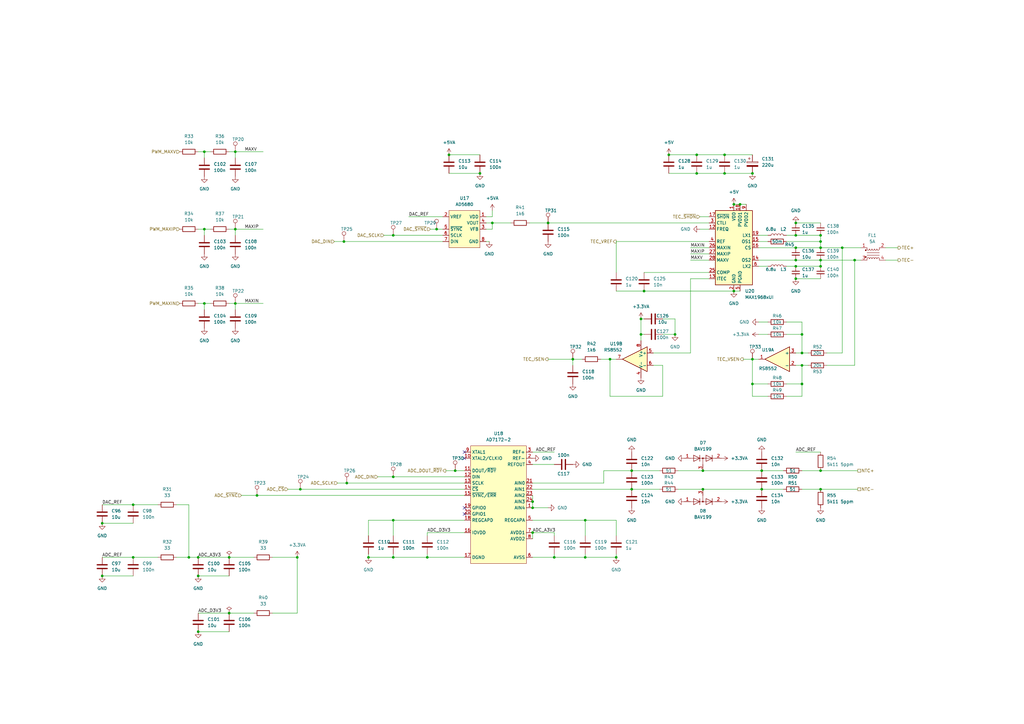
<source format=kicad_sch>
(kicad_sch (version 20211123) (generator eeschema)
  (paper "A3")
  (title_block (title "Kirdy") (date "2022-07-03") (rev "r0.1") (company "M-Labs") (comment 1 "Alex Wong Tat Hang"))
  (junction (at 300.99 119.38))
  (junction (at 141.0669 99.06))
  (junction (at 350.52 106.68))
  (junction (at 297.18 63.5))
  (junction (at 274.32 63.5))
  (junction (at 326.39 106.68))
  (junction (at 201.93 91.44))
  (junction (at 161.29 96.52))
  (junction (at 252.73 228.6))
  (junction (at 96.52 62.23))
  (junction (at 326.39 109.22))
  (junction (at 308.61 147.32))
  (junction (at 161.29 213.36))
  (junction (at 105.41 203.2))
  (junction (at 234.95 147.32))
  (junction (at 83.82 62.23))
  (junction (at 336.55 96.52))
  (junction (at 41.91 214.63))
  (junction (at 81.28 259.08))
  (junction (at 121.92 228.6))
  (junction (at 303.53 83.82))
  (junction (at 218.44 218.44))
  (junction (at 328.93 149.86))
  (junction (at 336.55 193.04))
  (junction (at 218.44 208.28))
  (junction (at 161.29 228.6))
  (junction (at 326.39 101.6))
  (junction (at 308.61 71.12))
  (junction (at 93.98 251.46))
  (junction (at 336.55 99.06))
  (junction (at 224.79 91.44))
  (junction (at 326.39 96.52))
  (junction (at 123.19 200.66))
  (junction (at 262.89 137.16))
  (junction (at 285.75 71.12))
  (junction (at 300.99 83.82))
  (junction (at 308.61 157.48))
  (junction (at 326.39 114.3))
  (junction (at 250.19 147.32))
  (junction (at 83.82 93.98))
  (junction (at 81.28 228.6))
  (junction (at 83.82 124.46))
  (junction (at 179.07 93.98))
  (junction (at 175.26 228.6))
  (junction (at 259.08 193.04))
  (junction (at 81.28 236.22))
  (junction (at 93.98 228.6))
  (junction (at 54.61 228.6))
  (junction (at 336.55 109.22))
  (junction (at 218.44 205.74))
  (junction (at 184.15 63.5))
  (junction (at 240.03 228.6))
  (junction (at 345.44 101.6))
  (junction (at 259.08 200.66))
  (junction (at 142.24 198.12))
  (junction (at 336.55 101.6))
  (junction (at 328.93 137.16))
  (junction (at 96.52 93.98))
  (junction (at 227.33 228.6))
  (junction (at 96.52 124.46))
  (junction (at 41.91 236.22))
  (junction (at 312.42 193.04))
  (junction (at 186.69 193.04))
  (junction (at 328.93 157.48))
  (junction (at 288.29 193.04))
  (junction (at 196.85 71.12))
  (junction (at 336.55 200.66))
  (junction (at 262.89 130.81))
  (junction (at 240.03 213.36))
  (junction (at 288.29 200.66))
  (junction (at 328.93 144.78))
  (junction (at 151.13 228.6))
  (junction (at 264.16 119.38))
  (junction (at 77.47 228.6))
  (junction (at 161.29 195.58))
  (junction (at 276.86 137.16))
  (junction (at 336.55 106.68))
  (junction (at 285.75 63.5))
  (junction (at 297.18 71.12))
  (junction (at 312.42 200.66))
  (junction (at 54.61 207.01))
  (junction (at 326.39 91.44))
  (no_connect (at 190.5 185.42))
  (no_connect (at 190.5 187.96))
  (no_connect (at 190.5 208.28))
  (no_connect (at 190.5 210.82))
  (wire (pts (xy 274.32 63.5) (xy 285.75 63.5)))
  (wire (pts (xy 328.93 144.78) (xy 331.47 144.78)))
  (wire (pts (xy 218.44 205.74) (xy 218.44 208.28)))
  (wire (pts (xy 218.44 218.44) (xy 227.33 218.44)))
  (wire (pts (xy 224.79 147.32) (xy 234.95 147.32)))
  (wire (pts (xy 311.15 99.06) (xy 314.96 99.06)))
  (wire (pts (xy 308.61 147.32) (xy 311.15 147.32)))
  (wire (pts (xy 304.8 147.32) (xy 308.61 147.32)))
  (wire (pts (xy 41.91 236.22) (xy 54.61 236.22)))
  (wire (pts (xy 252.73 111.76) (xy 252.73 99.06)))
  (wire (pts (xy 105.41 203.2) (xy 190.5 203.2)))
  (wire (pts (xy 41.91 207.01) (xy 54.61 207.01)))
  (wire (pts (xy 311.15 101.6) (xy 326.39 101.6)))
  (wire (pts (xy 328.93 149.86) (xy 331.47 149.86)))
  (wire (pts (xy 154.94 195.58) (xy 161.29 195.58)))
  (wire (pts (xy 175.26 218.44) (xy 190.5 218.44)))
  (wire (pts (xy 252.73 119.38) (xy 264.16 119.38)))
  (wire (pts (xy 252.73 213.36) (xy 252.73 219.71)))
  (wire (pts (xy 259.08 200.66) (xy 270.51 200.66)))
  (wire (pts (xy 151.13 219.71) (xy 151.13 213.36)))
  (wire (pts (xy 336.55 109.22) (xy 326.39 109.22)))
  (wire (pts (xy 111.76 228.6) (xy 121.92 228.6)))
  (wire (pts (xy 93.98 251.46) (xy 104.14 251.46)))
  (wire (pts (xy 311.15 132.08) (xy 314.96 132.08)))
  (wire (pts (xy 142.24 198.12) (xy 190.5 198.12)))
  (wire (pts (xy 326.39 96.52) (xy 322.58 96.52)))
  (wire (pts (xy 259.08 193.04) (xy 270.51 193.04)))
  (wire (pts (xy 199.39 93.98) (xy 201.93 93.98)))
  (wire (pts (xy 326.39 106.68) (xy 336.55 106.68)))
  (wire (pts (xy 297.18 63.5) (xy 308.61 63.5)))
  (wire (pts (xy 250.19 147.32) (xy 252.73 147.32)))
  (wire (pts (xy 285.75 71.12) (xy 297.18 71.12)))
  (wire (pts (xy 179.07 93.98) (xy 181.61 93.98)))
  (wire (pts (xy 312.42 193.04) (xy 321.31 193.04)))
  (wire (pts (xy 264.16 119.38) (xy 300.99 119.38)))
  (wire (pts (xy 141.0669 99.06) (xy 181.61 99.06)))
  (wire (pts (xy 322.58 157.48) (xy 328.93 157.48)))
  (wire (pts (xy 336.55 101.6) (xy 336.55 99.06)))
  (wire (pts (xy 300.99 83.82) (xy 303.53 83.82)))
  (wire (pts (xy 227.33 218.44) (xy 227.33 219.71)))
  (wire (pts (xy 83.82 93.98) (xy 86.36 93.98)))
  (wire (pts (xy 339.09 144.78) (xy 345.44 144.78)))
  (wire (pts (xy 271.78 162.56) (xy 271.78 149.86)))
  (wire (pts (xy 184.15 63.5) (xy 196.85 63.5)))
  (wire (pts (xy 218.44 213.36) (xy 240.03 213.36)))
  (wire (pts (xy 218.44 218.44) (xy 218.44 220.98)))
  (wire (pts (xy 151.13 213.36) (xy 161.29 213.36)))
  (wire (pts (xy 151.13 228.6) (xy 161.29 228.6)))
  (wire (pts (xy 350.52 106.68) (xy 350.52 149.86)))
  (wire (pts (xy 199.39 99.06) (xy 200.66 99.06)))
  (wire (pts (xy 96.52 124.46) (xy 96.52 127)))
  (wire (pts (xy 322.58 99.06) (xy 336.55 99.06)))
  (wire (pts (xy 287.02 88.9) (xy 290.83 88.9)))
  (wire (pts (xy 283.21 101.6) (xy 290.83 101.6)))
  (wire (pts (xy 363.22 101.6) (xy 368.3 101.6)))
  (wire (pts (xy 336.55 101.6) (xy 326.39 101.6)))
  (wire (pts (xy 161.29 96.52) (xy 181.61 96.52)))
  (wire (pts (xy 271.78 149.86) (xy 267.97 149.86)))
  (wire (pts (xy 186.69 193.04) (xy 190.5 193.04)))
  (wire (pts (xy 262.89 137.16) (xy 262.89 139.7)))
  (wire (pts (xy 336.55 99.06) (xy 336.55 96.52)))
  (wire (pts (xy 345.44 101.6) (xy 345.44 144.78)))
  (wire (pts (xy 326.39 144.78) (xy 328.93 144.78)))
  (wire (pts (xy 283.21 144.78) (xy 267.97 144.78)))
  (wire (pts (xy 247.65 198.12) (xy 247.65 193.04)))
  (wire (pts (xy 184.15 71.12) (xy 196.85 71.12)))
  (wire (pts (xy 234.95 149.86) (xy 234.95 147.32)))
  (wire (pts (xy 96.52 124.46) (xy 107.95 124.46)))
  (wire (pts (xy 240.03 213.36) (xy 252.73 213.36)))
  (wire (pts (xy 328.93 193.04) (xy 336.55 193.04)))
  (wire (pts (xy 138.43 198.12) (xy 142.24 198.12)))
  (wire (pts (xy 328.93 200.66) (xy 336.55 200.66)))
  (wire (pts (xy 199.39 88.9) (xy 201.93 88.9)))
  (wire (pts (xy 93.98 93.98) (xy 96.52 93.98)))
  (wire (pts (xy 264.16 130.81) (xy 262.89 130.81)))
  (wire (pts (xy 250.19 162.56) (xy 271.78 162.56)))
  (wire (pts (xy 322.58 132.08) (xy 328.93 132.08)))
  (wire (pts (xy 83.82 62.23) (xy 83.82 64.77)))
  (wire (pts (xy 161.29 227.33) (xy 161.29 228.6)))
  (wire (pts (xy 81.28 259.08) (xy 93.98 259.08)))
  (wire (pts (xy 288.29 200.66) (xy 312.42 200.66)))
  (wire (pts (xy 264.16 111.76) (xy 290.83 111.76)))
  (wire (pts (xy 157.48 96.52) (xy 161.29 96.52)))
  (wire (pts (xy 167.64 88.9) (xy 181.61 88.9)))
  (wire (pts (xy 246.38 147.32) (xy 250.19 147.32)))
  (wire (pts (xy 54.61 228.6) (xy 64.77 228.6)))
  (wire (pts (xy 240.03 227.33) (xy 240.03 228.6)))
  (wire (pts (xy 201.93 88.9) (xy 201.93 86.36)))
  (wire (pts (xy 311.15 106.68) (xy 326.39 106.68)))
  (wire (pts (xy 234.95 147.32) (xy 238.76 147.32)))
  (wire (pts (xy 41.91 228.6) (xy 54.61 228.6)))
  (wire (pts (xy 83.82 124.46) (xy 83.82 127)))
  (wire (pts (xy 328.93 137.16) (xy 328.93 144.78)))
  (wire (pts (xy 175.26 228.6) (xy 190.5 228.6)))
  (wire (pts (xy 93.98 228.6) (xy 104.14 228.6)))
  (wire (pts (xy 218.44 190.5) (xy 227.33 190.5)))
  (wire (pts (xy 218.44 200.66) (xy 259.08 200.66)))
  (wire (pts (xy 278.13 200.66) (xy 288.29 200.66)))
  (wire (pts (xy 96.52 93.98) (xy 96.52 96.52)))
  (wire (pts (xy 311.15 137.16) (xy 314.96 137.16)))
  (wire (pts (xy 326.39 149.86) (xy 328.93 149.86)))
  (wire (pts (xy 308.61 157.48) (xy 308.61 162.56)))
  (wire (pts (xy 54.61 207.01) (xy 64.77 207.01)))
  (wire (pts (xy 72.39 207.01) (xy 77.47 207.01)))
  (wire (pts (xy 336.55 101.6) (xy 345.44 101.6)))
  (wire (pts (xy 326.39 114.3) (xy 336.55 114.3)))
  (wire (pts (xy 77.47 207.01) (xy 77.47 228.6)))
  (wire (pts (xy 218.44 208.28) (xy 224.79 208.28)))
  (wire (pts (xy 247.65 198.12) (xy 218.44 198.12)))
  (wire (pts (xy 252.73 227.33) (xy 252.73 228.6)))
  (wire (pts (xy 199.39 91.44) (xy 201.93 91.44)))
  (wire (pts (xy 328.93 162.56) (xy 328.93 157.48)))
  (wire (pts (xy 111.76 251.46) (xy 121.92 251.46)))
  (wire (pts (xy 83.82 93.98) (xy 83.82 96.52)))
  (wire (pts (xy 93.98 62.23) (xy 96.52 62.23)))
  (wire (pts (xy 224.79 91.44) (xy 290.83 91.44)))
  (wire (pts (xy 287.02 93.98) (xy 290.83 93.98)))
  (wire (pts (xy 322.58 137.16) (xy 328.93 137.16)))
  (wire (pts (xy 81.28 236.22) (xy 93.98 236.22)))
  (wire (pts (xy 118.11 200.66) (xy 123.19 200.66)))
  (wire (pts (xy 276.86 130.81) (xy 276.86 137.16)))
  (wire (pts (xy 201.93 93.98) (xy 201.93 91.44)))
  (wire (pts (xy 218.44 185.42) (xy 227.33 185.42)))
  (wire (pts (xy 322.58 162.56) (xy 328.93 162.56)))
  (wire (pts (xy 328.93 132.08) (xy 328.93 137.16)))
  (wire (pts (xy 41.91 214.63) (xy 54.61 214.63)))
  (wire (pts (xy 176.53 93.98) (xy 179.07 93.98)))
  (wire (pts (xy 81.28 93.98) (xy 83.82 93.98)))
  (wire (pts (xy 182.88 193.04) (xy 186.69 193.04)))
  (wire (pts (xy 81.28 228.6) (xy 93.98 228.6)))
  (wire (pts (xy 96.52 62.23) (xy 107.95 62.23)))
  (wire (pts (xy 175.26 227.33) (xy 175.26 228.6)))
  (wire (pts (xy 218.44 203.2) (xy 218.44 205.74)))
  (wire (pts (xy 77.47 228.6) (xy 81.28 228.6)))
  (wire (pts (xy 326.39 185.42) (xy 336.55 185.42)))
  (wire (pts (xy 121.92 251.46) (xy 121.92 228.6)))
  (wire (pts (xy 271.78 137.16) (xy 276.86 137.16)))
  (wire (pts (xy 311.15 96.52) (xy 314.96 96.52)))
  (wire (pts (xy 283.21 114.3) (xy 290.83 114.3)))
  (wire (pts (xy 96.52 93.98) (xy 107.95 93.98)))
  (wire (pts (xy 336.55 106.68) (xy 350.52 106.68)))
  (wire (pts (xy 81.28 62.23) (xy 83.82 62.23)))
  (wire (pts (xy 240.03 213.36) (xy 240.03 219.71)))
  (wire (pts (xy 264.16 137.16) (xy 262.89 137.16)))
  (wire (pts (xy 336.55 106.68) (xy 336.55 109.22)))
  (wire (pts (xy 217.17 91.44) (xy 224.79 91.44)))
  (wire (pts (xy 312.42 200.66) (xy 321.31 200.66)))
  (wire (pts (xy 274.32 71.12) (xy 285.75 71.12)))
  (wire (pts (xy 262.89 130.81) (xy 262.89 137.16)))
  (wire (pts (xy 250.19 147.32) (xy 250.19 162.56)))
  (wire (pts (xy 336.55 200.66) (xy 351.79 200.66)))
  (wire (pts (xy 285.75 63.5) (xy 297.18 63.5)))
  (wire (pts (xy 123.19 200.66) (xy 190.5 200.66)))
  (wire (pts (xy 288.29 193.04) (xy 312.42 193.04)))
  (wire (pts (xy 81.28 124.46) (xy 83.82 124.46)))
  (wire (pts (xy 303.53 83.82) (xy 306.07 83.82)))
  (wire (pts (xy 83.82 124.46) (xy 86.36 124.46)))
  (wire (pts (xy 350.52 106.68) (xy 353.06 106.68)))
  (wire (pts (xy 278.13 193.04) (xy 288.29 193.04)))
  (wire (pts (xy 283.21 114.3) (xy 283.21 144.78)))
  (wire (pts (xy 81.28 251.46) (xy 93.98 251.46)))
  (wire (pts (xy 326.39 96.52) (xy 336.55 96.52)))
  (wire (pts (xy 96.52 62.23) (xy 96.52 64.77)))
  (wire (pts (xy 345.44 101.6) (xy 353.06 101.6)))
  (wire (pts (xy 252.73 99.06) (xy 290.83 99.06)))
  (wire (pts (xy 363.22 106.68) (xy 368.3 106.68)))
  (wire (pts (xy 328.93 157.48) (xy 328.93 149.86)))
  (wire (pts (xy 314.96 157.48) (xy 308.61 157.48)))
  (wire (pts (xy 93.98 124.46) (xy 96.52 124.46)))
  (wire (pts (xy 227.33 227.33) (xy 227.33 228.6)))
  (wire (pts (xy 218.44 228.6) (xy 227.33 228.6)))
  (wire (pts (xy 300.99 119.38) (xy 303.53 119.38)))
  (wire (pts (xy 137.16 99.06) (xy 141.0669 99.06)))
  (wire (pts (xy 72.39 228.6) (xy 77.47 228.6)))
  (wire (pts (xy 99.06 203.2) (xy 105.41 203.2)))
  (wire (pts (xy 161.29 228.6) (xy 175.26 228.6)))
  (wire (pts (xy 308.61 157.48) (xy 308.61 147.32)))
  (wire (pts (xy 161.29 195.58) (xy 190.5 195.58)))
  (wire (pts (xy 271.78 130.81) (xy 276.86 130.81)))
  (wire (pts (xy 201.93 91.44) (xy 209.55 91.44)))
  (wire (pts (xy 308.61 162.56) (xy 314.96 162.56)))
  (wire (pts (xy 247.65 193.04) (xy 259.08 193.04)))
  (wire (pts (xy 83.82 62.23) (xy 86.36 62.23)))
  (wire (pts (xy 336.55 193.04) (xy 351.79 193.04)))
  (wire (pts (xy 161.29 213.36) (xy 161.29 219.71)))
  (wire (pts (xy 326.39 91.44) (xy 336.55 91.44)))
  (wire (pts (xy 311.15 109.22) (xy 314.96 109.22)))
  (wire (pts (xy 227.33 228.6) (xy 240.03 228.6)))
  (wire (pts (xy 322.58 109.22) (xy 326.39 109.22)))
  (wire (pts (xy 339.09 149.86) (xy 350.52 149.86)))
  (wire (pts (xy 297.18 71.12) (xy 308.61 71.12)))
  (wire (pts (xy 161.29 213.36) (xy 190.5 213.36)))
  (wire (pts (xy 283.21 104.14) (xy 290.83 104.14)))
  (wire (pts (xy 283.21 106.68) (xy 290.83 106.68)))
  (wire (pts (xy 240.03 228.6) (xy 252.73 228.6)))
  (wire (pts (xy 151.13 227.33) (xy 151.13 228.6)))
  (wire (pts (xy 175.26 218.44) (xy 175.26 219.71)))
  (label "DAC_REF" (at 167.64 88.9 0))
  (label "ADC_D3V3" (at 175.26 218.44 0))
  (label "MAXV" (at 100.33 62.23 0))
  (label "MAXIN" (at 100.33 124.46 0))
  (label "ADC_REF" (at 41.91 228.6 0))
  (label "MAXIN" (at 283.21 101.6 0))
  (label "ADC_A3V3" (at 81.28 228.6 0))
  (label "MAXV" (at 283.21 106.68 0))
  (label "DAC_REF" (at 41.91 207.01 0))
  (label "MAXIP" (at 100.33 93.98 0))
  (label "ADC_REF" (at 326.39 185.42 0))
  (label "ADC_D3V3" (at 81.28 251.46 0))
  (label "ADC_REF" (at 219.71 185.42 0))
  (label "ADC_A3V3" (at 218.44 218.44 0))
  (label "MAXIP" (at 283.21 104.14 0))
  (hierarchical_label "ADC_DOUT_~{RDY}" (shape output) (at 182.88 193.04 180))
  (hierarchical_label "TEC+" (shape output) (at 368.3 101.6 0))
  (hierarchical_label "PWM_MAXIP" (shape input) (at 73.66 93.98 180))
  (hierarchical_label "DAC_DIN" (shape input) (at 137.16 99.06 180))
  (hierarchical_label "PWM_MAXIN" (shape input) (at 73.66 124.46 180))
  (hierarchical_label "TEC_VREF" (shape output) (at 252.73 99.06 180))
  (hierarchical_label "TEC_~{SHDN}" (shape input) (at 287.02 88.9 180))
  (hierarchical_label "DAC_SCLK" (shape input) (at 157.48 96.52 180))
  (hierarchical_label "TEC_ISEN" (shape output) (at 224.79 147.32 180))
  (hierarchical_label "ADC_~{CS}" (shape input) (at 118.11 200.66 180))
  (hierarchical_label "NTC-" (shape passive) (at 351.79 200.66 0))
  (hierarchical_label "ADC_DIN" (shape input) (at 154.94 195.58 180))
  (hierarchical_label "NTC+" (shape passive) (at 351.79 193.04 0))
  (hierarchical_label "TEC-" (shape output) (at 368.3 106.68 0))
  (hierarchical_label "PWM_MAXV" (shape input) (at 73.66 62.23 180))
  (hierarchical_label "ADC_SCLK" (shape input) (at 138.43 198.12 180))
  (hierarchical_label "TEC_VSEN" (shape output) (at 304.8 147.32 180))
  (hierarchical_label "ADC_~{SYNC}" (shape input) (at 99.06 203.2 180))
  (hierarchical_label "DAC_~{SYNC}" (shape input) (at 176.53 93.98 180))
  (symbol (lib_id "power:GND") (at 81.28 236.22 0) (unit 1)
    (property "Reference" "#PWR084" (effects hide))
    (property "Value" "GND" (at 81.28 241.3 0))
  )
  (symbol (lib_id "Device:C") (at 240.03 223.52 0) (unit 1)
    (property "Reference" "C119" (at 243.84 222.2499 0) (effects (justify left)))
    (property "Value" "100n" (at 243.84 224.7899 0) (effects (justify left)))
    (property "Footprint" "Capacitor_SMD:C_0603_1608Metric" (effects hide))
    (property "MFR_PN" "CL10B104KB8NNWC" (effects hide))
    (property "MFR_PN_ALT" "CL10B104KB8NNNL" (effects hide))
  )
  (symbol (lib_id "Device:C") (at 175.26 223.52 0) (unit 1)
    (property "Reference" "C112" (at 179.07 222.2499 0) (effects (justify left)))
    (property "Value" "100n" (at 179.07 224.7899 0) (effects (justify left)))
    (property "Footprint" "Capacitor_SMD:C_0603_1608Metric" (effects hide))
    (property "MFR_PN" "CL10B104KB8NNWC" (effects hide))
    (property "MFR_PN_ALT" "CL10B104KB8NNNL" (effects hide))
  )
  (symbol (lib_id "kirdy:AD5680") (at 190.5 101.6 0) (unit 1)
    (property "Reference" "U17" (at 190.5 81.28 0))
    (property "Value" "AD5680" (at 190.5 83.82 0))
    (property "Footprint" "Package_TO_SOT_SMD:SOT-23-8" (effects hide))
    (property "Datasheet" "https://www.analog.com/media/en/technical-documentation/data-sheets/ad5680.pdf" (effects hide))
    (property "MFR_PN" "AD5680BRJZ" (effects hide))
  )
  (symbol (lib_id "power:GND") (at 41.91 236.22 0) (unit 1)
    (property "Reference" "#PWR083" (effects hide))
    (property "Value" "GND" (at 41.91 241.3 0))
  )
  (symbol (lib_id "power:GND") (at 200.66 99.06 0) (unit 1)
    (property "Reference" "#PWR096" (effects hide))
    (property "Value" "GND" (at 200.66 104.14 0))
  )
  (symbol (lib_id "Connector:TestPoint") (at 96.52 124.46 0) (unit 1)
    (property "Reference" "TP22" (at 95.25 119.38 0) (effects (justify left)))
    (property "Value" "TestPoint" (effects hide))
    (property "Footprint" "TestPoint:TestPoint_Pad_2.0x2.0mm" (effects hide))
  )
  (symbol (lib_id "Device:C") (at 81.28 255.27 0) (unit 1)
    (property "Reference" "C101" (at 85.09 253.9999 0) (effects (justify left)))
    (property "Value" "10u" (at 85.09 256.5399 0) (effects (justify left)))
    (property "Footprint" "Capacitor_SMD:C_0805_2012Metric" (effects hide))
    (property "MFR_PN" "CL21B106KOQNNNG" (effects hide))
    (property "MFR_PN_ALT" "CL21B106KOQNNNE" (effects hide))
  )
  (symbol (lib_id "Device:R") (at 318.77 99.06 90) (unit 1)
    (property "Reference" "R45" (at 323.85 100.33 90))
    (property "Value" "50m" (at 318.77 99.06 90))
    (property "Footprint" "Resistor_SMD:R_2010_5025Metric" (effects hide))
    (property "MFR_PN" "WSL2010R5000FEA18" (effects hide))
    (property "MFR_PN_ALT" "WSLT2010R5000FEA18" (effects hide))
  )
  (symbol (lib_id "Device:C") (at 252.73 223.52 0) (unit 1)
    (property "Reference" "C121" (at 256.54 222.2499 0) (effects (justify left)))
    (property "Value" "1u" (at 256.54 224.7899 0) (effects (justify left)))
    (property "Footprint" "Capacitor_SMD:C_0603_1608Metric" (effects hide))
    (property "MFR_PN" "CL10B105KA8NNNC" (effects hide))
    (property "MFR_PN_ALT" "CGA3E1X7R1E105K080AC" (effects hide))
  )
  (symbol (lib_id "power:+3.3VA") (at 121.92 228.6 0) (unit 1)
    (property "Reference" "#PWR092" (effects hide))
    (property "Value" "+3.3VA" (at 121.92 223.52 0))
  )
  (symbol (lib_id "power:+5V") (at 274.32 63.5 0) (unit 1)
    (property "Reference" "#PWR0108" (effects hide))
    (property "Value" "+5V" (at 274.32 58.42 0))
  )
  (symbol (lib_id "Connector:TestPoint") (at 123.19 200.66 0) (unit 1)
    (property "Reference" "TP24" (at 121.92 195.58 0) (effects (justify left)))
    (property "Value" "TestPoint" (effects hide))
    (property "Footprint" "TestPoint:TestPoint_Pad_2.0x2.0mm" (effects hide))
  )
  (symbol (lib_id "Device:R") (at 107.95 251.46 90) (unit 1)
    (property "Reference" "R40" (at 107.95 245.11 90))
    (property "Value" "33" (at 107.95 247.65 90))
    (property "Footprint" "Resistor_SMD:R_0603_1608Metric" (effects hide))
    (property "MFR_PN" "RC0603FR-0733RL" (effects hide))
    (property "MFR_PN_ALT" "CRGCQ0603F33R" (effects hide))
  )
  (symbol (lib_id "Connector:TestPoint") (at 224.79 91.44 0) (unit 1)
    (property "Reference" "TP31" (at 223.52 86.36 0) (effects (justify left)))
    (property "Value" "TestPoint" (effects hide))
    (property "Footprint" "TestPoint:TestPoint_Pad_2.0x2.0mm" (effects hide))
  )
  (symbol (lib_id "Device:R") (at 318.77 132.08 90) (unit 1)
    (property "Reference" "R46" (at 318.77 129.54 90))
    (property "Value" "10k" (at 318.77 132.08 90))
    (property "Footprint" "Resistor_SMD:R_0603_1608Metric" (effects hide))
    (property "MFR_PN" "RNCP0603FTD10K0" (effects hide))
    (property "MFR_PN_ALT" "RMCF0603FT10K0" (effects hide))
  )
  (symbol (lib_id "power:GND") (at 83.82 104.14 0) (unit 1)
    (property "Reference" "#PWR087" (effects hide))
    (property "Value" "GND" (at 83.82 109.22 0))
  )
  (symbol (lib_id "Device:R") (at 90.17 62.23 90) (unit 1)
    (property "Reference" "R36" (at 90.17 55.88 90))
    (property "Value" "10k" (at 90.17 58.42 90))
    (property "Footprint" "Resistor_SMD:R_0603_1608Metric" (effects hide))
    (property "MFR_PN" "RNCP0603FTD10K0" (effects hide))
    (property "MFR_PN_ALT" "RMCF0603FT10K0" (effects hide))
  )
  (symbol (lib_id "Device:R") (at 274.32 193.04 90) (unit 1)
    (property "Reference" "R43" (at 274.32 195.58 90))
    (property "Value" "51" (at 274.32 193.04 90))
    (property "Footprint" "Resistor_SMD:R_0603_1608Metric" (effects hide))
    (property "MFR_PN" "ESR03EZPF51R0" (effects hide))
    (property "MFR_PN_ALT" "RMCF0603FT51R0" (effects hide))
  )
  (symbol (lib_id "kirdy:RS8552") (at 260.35 147.32 0) (mirror y) (unit 3)
    (property "Reference" "U19" (effects hide))
    (property "Value" "RS8552" (effects hide))
    (property "Footprint" "Package_SO:SOIC-8_3.9x4.9mm_P1.27mm" (effects hide))
    (property "Datasheet" "https://datasheet.lcsc.com/lcsc/2010160333_Jiangsu-RUNIC-Tech-RS8554XP_C236997.pdf" (effects hide))
    (property "MFR_PN" "RS8552XK" (effects hide))
  )
  (symbol (lib_id "power:GND") (at 308.61 71.12 0) (unit 1)
    (property "Reference" "#PWR0117" (effects hide))
    (property "Value" "GND" (at 308.61 76.2 0))
  )
  (symbol (lib_id "Device:R") (at 325.12 193.04 90) (unit 1)
    (property "Reference" "R50" (at 325.12 195.58 90))
    (property "Value" "51" (at 325.12 193.04 90))
    (property "Footprint" "Resistor_SMD:R_0603_1608Metric" (effects hide))
    (property "MFR_PN" "ESR03EZPF51R0" (effects hide))
    (property "MFR_PN_ALT" "RMCF0603FT51R0" (effects hide))
  )
  (symbol (lib_id "power:GND") (at 311.15 132.08 270) (unit 1)
    (property "Reference" "#PWR0118" (effects hide))
    (property "Value" "GND" (at 307.34 132.0799 90) (effects (justify right)))
  )
  (symbol (lib_id "Device:R") (at 274.32 200.66 90) (unit 1)
    (property "Reference" "R44" (at 274.32 198.12 90))
    (property "Value" "51" (at 274.32 200.66 90))
    (property "Footprint" "Resistor_SMD:R_0603_1608Metric" (effects hide))
    (property "MFR_PN" "ESR03EZPF51R0" (effects hide))
    (property "MFR_PN_ALT" "RMCF0603FT51R0" (effects hide))
  )
  (symbol (lib_id "kirdy:AD7172-2") (at 204.47 209.55 0) (mirror y) (unit 1)
    (property "Reference" "U18" (at 204.47 177.8 0))
    (property "Value" "AD7172-2" (at 204.47 180.34 0))
    (property "Footprint" "Package_SO:TSSOP-24_4.4x7.8mm_P0.65mm" (effects hide))
    (property "Datasheet" "https://www.analog.com/media/en/technical-documentation/data-sheets/ad7172-2.pdf" (effects hide))
    (property "MFR_PN" "AD7172-2BRUZ" (effects hide))
  )
  (symbol (lib_id "Device:C") (at 93.98 232.41 0) (unit 1)
    (property "Reference" "C105" (at 97.79 231.1399 0) (effects (justify left)))
    (property "Value" "100n" (at 97.79 233.6799 0) (effects (justify left)))
    (property "Footprint" "Capacitor_SMD:C_0603_1608Metric" (effects hide))
    (property "MFR_PN" "CL10B104KB8NNWC" (effects hide))
    (property "MFR_PN_ALT" "CL10B104KB8NNNL" (effects hide))
  )
  (symbol (lib_id "power:GND") (at 83.82 134.62 0) (unit 1)
    (property "Reference" "#PWR088" (effects hide))
    (property "Value" "GND" (at 83.82 139.7 0))
  )
  (symbol (lib_id "Device:L") (at 318.77 109.22 90) (unit 1)
    (property "Reference" "L3" (at 321.31 110.49 90))
    (property "Value" "6.8u" (at 316.23 110.49 90))
    (property "Footprint" "Inductor_SMD:L_Wuerth_MAPI-4030" (effects hide))
    (property "MFR_PN" "74438357068" (effects hide))
  )
  (symbol (lib_id "power:GND") (at 234.95 190.5 90) (unit 1)
    (property "Reference" "#PWR0102" (effects hide))
    (property "Value" "GND" (at 238.76 190.4999 90) (effects (justify right)))
  )
  (symbol (lib_id "Device:R") (at 77.47 93.98 90) (unit 1)
    (property "Reference" "R34" (at 77.47 87.63 90))
    (property "Value" "10k" (at 77.47 90.17 90))
    (property "Footprint" "Resistor_SMD:R_0603_1608Metric" (effects hide))
    (property "MFR_PN" "RNCP0603FTD10K0" (effects hide))
    (property "MFR_PN_ALT" "RMCF0603FT10K0" (effects hide))
  )
  (symbol (lib_id "Device:R") (at 325.12 200.66 90) (unit 1)
    (property "Reference" "R51" (at 325.12 198.12 90))
    (property "Value" "51" (at 325.12 200.66 90))
    (property "Footprint" "Resistor_SMD:R_0603_1608Metric" (effects hide))
    (property "MFR_PN" "ESR03EZPF51R0" (effects hide))
    (property "MFR_PN_ALT" "RMCF0603FT51R0" (effects hide))
  )
  (symbol (lib_id "Device:C") (at 41.91 232.41 0) (unit 1)
    (property "Reference" "C97" (at 45.72 231.1399 0) (effects (justify left)))
    (property "Value" "10u" (at 45.72 233.6799 0) (effects (justify left)))
    (property "Footprint" "Capacitor_SMD:C_0805_2012Metric" (effects hide))
    (property "MFR_PN" "CL21B106KOQNNNG" (effects hide))
    (property "MFR_PN_ALT" "CL21B106KOQNNNE" (effects hide))
  )
  (symbol (lib_id "Device:C") (at 259.08 196.85 0) (unit 1)
    (property "Reference" "C123" (at 262.89 195.5799 0) (effects (justify left)))
    (property "Value" "100n" (at 262.89 198.1199 0) (effects (justify left)))
    (property "Footprint" "Capacitor_SMD:C_0603_1608Metric" (effects hide))
    (property "MFR_PN" "CL10B104KB8NNWC" (effects hide))
    (property "MFR_PN_ALT" "CL10B104KB8NNNL" (effects hide))
  )
  (symbol (lib_id "power:GND") (at 96.52 72.39 0) (unit 1)
    (property "Reference" "#PWR089" (effects hide))
    (property "Value" "GND" (at 96.52 77.47 0))
  )
  (symbol (lib_id "Device:C") (at 297.18 67.31 0) (unit 1)
    (property "Reference" "C130" (at 300.99 66.0399 0) (effects (justify left)))
    (property "Value" "1u" (at 300.99 68.5799 0) (effects (justify left)))
    (property "Footprint" "Capacitor_SMD:C_0603_1608Metric" (effects hide))
    (property "MFR_PN" "CL10B105KA8NNNC" (effects hide))
    (property "MFR_PN_ALT" "CGA3E1X7R1E105K080AC" (effects hide))
  )
  (symbol (lib_id "Device:C") (at 285.75 67.31 0) (unit 1)
    (property "Reference" "C129" (at 289.56 66.0399 0) (effects (justify left)))
    (property "Value" "1u" (at 289.56 68.5799 0) (effects (justify left)))
    (property "Footprint" "Capacitor_SMD:C_0603_1608Metric" (effects hide))
    (property "MFR_PN" "CL10B105KA8NNNC" (effects hide))
    (property "MFR_PN_ALT" "CGA3E1X7R1E105K080AC" (effects hide))
  )
  (symbol (lib_id "Device:C") (at 41.91 210.82 0) (unit 1)
    (property "Reference" "C96" (at 45.72 209.5499 0) (effects (justify left)))
    (property "Value" "10u" (at 45.72 212.0899 0) (effects (justify left)))
    (property "Footprint" "Capacitor_SMD:C_0805_2012Metric" (effects hide))
    (property "MFR_PN" "CL21B106KOQNNNG" (effects hide))
    (property "MFR_PN_ALT" "CL21B106KOQNNNE" (effects hide))
  )
  (symbol (lib_id "Device:C") (at 267.97 137.16 90) (unit 1)
    (property "Reference" "C127" (at 271.78 135.89 90))
    (property "Value" "100n" (at 271.78 138.43 90))
    (property "Footprint" "Capacitor_SMD:C_0603_1608Metric" (effects hide))
    (property "MFR_PN" "CL10B104KB8NNWC" (effects hide))
    (property "MFR_PN_ALT" "CL10B104KB8NNNL" (effects hide))
  )
  (symbol (lib_id "Device:C_Small") (at 326.39 104.14 0) (unit 1)
    (property "Reference" "C136" (at 328.93 102.8762 0) (effects (justify left)))
    (property "Value" "10u" (at 328.93 105.4162 0) (effects (justify left)))
    (property "Footprint" "Capacitor_SMD:C_0805_2012Metric" (effects hide))
    (property "MFR_PN" "CL21B106KOQNNNG" (effects hide))
    (property "MFR_PN_ALT" "CL21B106KOQNNNE" (effects hide))
  )
  (symbol (lib_id "power:GND") (at 224.79 208.28 90) (unit 1)
    (property "Reference" "#PWR0100" (effects hide))
    (property "Value" "GND" (at 228.6 208.2799 90) (effects (justify right)))
  )
  (symbol (lib_id "Device:C") (at 96.52 130.81 0) (unit 1)
    (property "Reference" "C109" (at 100.33 129.5399 0) (effects (justify left)))
    (property "Value" "100n" (at 100.33 132.0799 0) (effects (justify left)))
    (property "Footprint" "Capacitor_SMD:C_0603_1608Metric" (effects hide))
    (property "MFR_PN" "CL10B104KB8NNWC" (effects hide))
    (property "MFR_PN_ALT" "CL10B104KB8NNNL" (effects hide))
  )
  (symbol (lib_id "Device:R") (at 242.57 147.32 90) (unit 1)
    (property "Reference" "R42" (at 242.57 140.97 90))
    (property "Value" "1k6" (at 242.57 143.51 90))
    (property "Footprint" "Resistor_SMD:R_0603_1608Metric" (effects hide))
    (property "MFR_PN" "RT0603FRE071K6L" (effects hide))
    (property "MFR_PN_ALT" "RMCF0603FT1K60" (effects hide))
  )
  (symbol (lib_id "Device:R") (at 90.17 93.98 90) (unit 1)
    (property "Reference" "R37" (at 90.17 87.63 90))
    (property "Value" "10k" (at 90.17 90.17 90))
    (property "Footprint" "Resistor_SMD:R_0603_1608Metric" (effects hide))
    (property "MFR_PN" "RNCP0603FTD10K0" (effects hide))
    (property "MFR_PN_ALT" "RMCF0603FT10K0" (effects hide))
  )
  (symbol (lib_id "Device:R") (at 336.55 189.23 0) (unit 1)
    (property "Reference" "R54" (at 339.09 187.9599 0) (effects (justify left)))
    (property "Value" "5k11 5ppm" (at 339.09 190.4999 0) (effects (justify left)))
    (property "Footprint" "Resistor_SMD:R_0603_1608Metric" (effects hide))
    (property "MFR_PN" "RN73H1JTTD5111A05" (effects hide))
    (property "MFR_PN_ALT" "TNPU06035K11BZEN00" (effects hide))
  )
  (symbol (lib_id "power:GND") (at 224.79 99.06 0) (unit 1)
    (property "Reference" "#PWR099" (effects hide))
    (property "Value" "GND" (at 224.79 104.14 0))
  )
  (symbol (lib_id "Device:C") (at 312.42 204.47 0) (unit 1)
    (property "Reference" "C134" (at 316.23 203.1999 0) (effects (justify left)))
    (property "Value" "10n" (at 316.23 205.7399 0) (effects (justify left)))
    (property "Footprint" "Capacitor_SMD:C_0603_1608Metric" (effects hide))
    (property "MFR_PN" "0603B103K500CT" (effects hide))
    (property "MFR_PN_ALT" "CL10B103KB8NNNC" (effects hide))
  )
  (symbol (lib_id "Device:C") (at 252.73 115.57 0) (unit 1)
    (property "Reference" "C120" (at 256.54 114.2999 0) (effects (justify left)))
    (property "Value" "1u" (at 256.54 116.8399 0) (effects (justify left)))
    (property "Footprint" "Capacitor_SMD:C_0603_1608Metric" (effects hide))
    (property "MFR_PN" "CL10B105KA8NNNC" (effects hide))
    (property "MFR_PN_ALT" "CGA3E1X7R1E105K080AC" (effects hide))
  )
  (symbol (lib_id "Device:C") (at 274.32 67.31 0) (unit 1)
    (property "Reference" "C128" (at 278.13 66.0399 0) (effects (justify left)))
    (property "Value" "1u" (at 278.13 68.5799 0) (effects (justify left)))
    (property "Footprint" "Capacitor_SMD:C_0603_1608Metric" (effects hide))
    (property "MFR_PN" "CL10B105KA8NNNC" (effects hide))
    (property "MFR_PN_ALT" "CGA3E1X7R1E105K080AC" (effects hide))
  )
  (symbol (lib_id "Device:C_Small") (at 326.39 111.76 0) (unit 1)
    (property "Reference" "C137" (at 328.93 110.4962 0) (effects (justify left)))
    (property "Value" "1u" (at 328.93 113.0362 0) (effects (justify left)))
    (property "Footprint" "Capacitor_SMD:C_0603_1608Metric" (effects hide))
    (property "MFR_PN" "CL10B105KA8NNNC" (effects hide))
    (property "MFR_PN_ALT" "CGA3E1X7R1E105K080AC" (effects hide))
  )
  (symbol (lib_id "Device:C") (at 184.15 67.31 0) (unit 1)
    (property "Reference" "C113" (at 187.96 66.0399 0) (effects (justify left)))
    (property "Value" "10u" (at 187.96 68.5799 0) (effects (justify left)))
    (property "Footprint" "Capacitor_SMD:C_0805_2012Metric" (effects hide))
    (property "MFR_PN" "CL21B106KOQNNNG" (effects hide))
    (property "MFR_PN_ALT" "CL21B106KOQNNNE" (effects hide))
  )
  (symbol (lib_id "power:GND") (at 252.73 228.6 0) (unit 1)
    (property "Reference" "#PWR0103" (effects hide))
    (property "Value" "GND" (at 252.73 233.68 0))
  )
  (symbol (lib_id "power:GND") (at 83.82 72.39 0) (unit 1)
    (property "Reference" "#PWR086" (effects hide))
    (property "Value" "GND" (at 83.82 77.47 0))
  )
  (symbol (lib_id "power:GND") (at 196.85 71.12 0) (unit 1)
    (property "Reference" "#PWR095" (effects hide))
    (property "Value" "GND" (at 196.85 76.2 0))
  )
  (symbol (lib_id "Device:R") (at 77.47 62.23 90) (unit 1)
    (property "Reference" "R33" (at 77.47 55.88 90))
    (property "Value" "10k" (at 77.47 58.42 90))
    (property "Footprint" "Resistor_SMD:R_0603_1608Metric" (effects hide))
    (property "MFR_PN" "RNCP0603FTD10K0" (effects hide))
    (property "MFR_PN_ALT" "RMCF0603FT10K0" (effects hide))
  )
  (symbol (lib_id "Device:C") (at 151.13 223.52 0) (unit 1)
    (property "Reference" "C110" (at 154.94 222.2499 0) (effects (justify left)))
    (property "Value" "1u" (at 154.94 224.7899 0) (effects (justify left)))
    (property "Footprint" "Capacitor_SMD:C_0603_1608Metric" (effects hide))
    (property "MFR_PN" "CL10B105KA8NNNC" (effects hide))
    (property "MFR_PN_ALT" "CGA3E1X7R1E105K080AC" (effects hide))
  )
  (symbol (lib_id "Device:R") (at 213.36 91.44 90) (unit 1)
    (property "Reference" "R41" (at 213.36 85.09 90))
    (property "Value" "1k6" (at 213.36 87.63 90))
    (property "Footprint" "Resistor_SMD:R_0603_1608Metric" (effects hide))
    (property "MFR_PN" "RT0603FRE071K6L" (effects hide))
    (property "MFR_PN_ALT" "RMCF0603FT1K60" (effects hide))
  )
  (symbol (lib_id "power:GND") (at 280.67 187.96 270) (unit 1)
    (property "Reference" "#PWR0110" (effects hide))
    (property "Value" "GND" (at 276.86 187.9599 90) (effects (justify right)))
  )
  (symbol (lib_id "Device:R") (at 68.58 207.01 90) (unit 1)
    (property "Reference" "R31" (at 68.58 200.66 90))
    (property "Value" "33" (at 68.58 203.2 90))
    (property "Footprint" "Resistor_SMD:R_0603_1608Metric" (effects hide))
    (property "MFR_PN" "RC0603FR-0733RL" (effects hide))
    (property "MFR_PN_ALT" "CRGCQ0603F33R" (effects hide))
  )
  (symbol (lib_id "Connector:TestPoint") (at 234.95 147.32 0) (unit 1)
    (property "Reference" "TP32" (at 233.68 142.24 0) (effects (justify left)))
    (property "Value" "TestPoint" (effects hide))
    (property "Footprint" "TestPoint:TestPoint_Pad_2.0x2.0mm" (effects hide))
  )
  (symbol (lib_id "Device:C") (at 96.52 68.58 0) (unit 1)
    (property "Reference" "C107" (at 100.33 67.3099 0) (effects (justify left)))
    (property "Value" "100n" (at 100.33 69.8499 0) (effects (justify left)))
    (property "Footprint" "Capacitor_SMD:C_0603_1608Metric" (effects hide))
    (property "MFR_PN" "CL10B104KB8NNWC" (effects hide))
    (property "MFR_PN_ALT" "CL10B104KB8NNNL" (effects hide))
  )
  (symbol (lib_id "Device:R") (at 336.55 204.47 0) (unit 1)
    (property "Reference" "R55" (at 339.09 203.1999 0) (effects (justify left)))
    (property "Value" "5k11 5ppm" (at 339.09 205.7399 0) (effects (justify left)))
    (property "Footprint" "Resistor_SMD:R_0603_1608Metric" (effects hide))
    (property "MFR_PN" "RN73H1JTTD5111A05" (effects hide))
    (property "MFR_PN_ALT" "TNPU06035K11BZEN00" (effects hide))
  )
  (symbol (lib_id "Device:C") (at 81.28 232.41 0) (unit 1)
    (property "Reference" "C100" (at 85.09 231.1399 0) (effects (justify left)))
    (property "Value" "10u" (at 85.09 233.6799 0) (effects (justify left)))
    (property "Footprint" "Capacitor_SMD:C_0805_2012Metric" (effects hide))
    (property "MFR_PN" "CL21B106KOQNNNG" (effects hide))
    (property "MFR_PN_ALT" "CL21B106KOQNNNE" (effects hide))
  )
  (symbol (lib_id "Device:C") (at 196.85 67.31 0) (unit 1)
    (property "Reference" "C114" (at 200.66 66.0399 0) (effects (justify left)))
    (property "Value" "100n" (at 200.66 68.5799 0) (effects (justify left)))
    (property "Footprint" "Capacitor_SMD:C_0603_1608Metric" (effects hide))
    (property "MFR_PN" "CL10B104KB8NNWC" (effects hide))
    (property "MFR_PN_ALT" "CL10B104KB8NNNL" (effects hide))
  )
  (symbol (lib_id "power:+3.3VA") (at 262.89 130.81 0) (unit 1)
    (property "Reference" "#PWR0106" (effects hide))
    (property "Value" "+3.3VA" (at 262.89 125.73 0))
  )
  (symbol (lib_id "power:GND") (at 234.95 157.48 0) (unit 1)
    (property "Reference" "#PWR0101" (effects hide))
    (property "Value" "GND" (at 234.95 162.56 0))
  )
  (symbol (lib_id "Device:C_Small") (at 326.39 93.98 0) (unit 1)
    (property "Reference" "C135" (at 328.93 92.7162 0) (effects (justify left)))
    (property "Value" "1u" (at 328.93 95.2562 0) (effects (justify left)))
    (property "Footprint" "Capacitor_SMD:C_0603_1608Metric" (effects hide))
    (property "MFR_PN" "CL10B105KA8NNNC" (effects hide))
    (property "MFR_PN_ALT" "CGA3E1X7R1E105K080AC" (effects hide))
  )
  (symbol (lib_id "Device:C") (at 83.82 68.58 0) (unit 1)
    (property "Reference" "C102" (at 87.63 67.3099 0) (effects (justify left)))
    (property "Value" "100n" (at 87.63 69.8499 0) (effects (justify left)))
    (property "Footprint" "Capacitor_SMD:C_0603_1608Metric" (effects hide))
    (property "MFR_PN" "CL10B104KB8NNWC" (effects hide))
    (property "MFR_PN_ALT" "CL10B104KB8NNNL" (effects hide))
  )
  (symbol (lib_id "Device:L") (at 318.77 96.52 90) (unit 1)
    (property "Reference" "L2" (at 321.31 93.98 90))
    (property "Value" "6.8u" (at 316.23 93.98 90))
    (property "Footprint" "Inductor_SMD:L_Wuerth_MAPI-4030" (effects hide))
    (property "MFR_PN" "74438357068" (effects hide))
  )
  (symbol (lib_id "Device:C") (at 234.95 153.67 0) (unit 1)
    (property "Reference" "C118" (at 238.76 152.3999 0) (effects (justify left)))
    (property "Value" "100n" (at 238.76 154.9399 0) (effects (justify left)))
    (property "Footprint" "Capacitor_SMD:C_0603_1608Metric" (effects hide))
    (property "MFR_PN" "CL10B104KB8NNWC" (effects hide))
    (property "MFR_PN_ALT" "CL10B104KB8NNNL" (effects hide))
  )
  (symbol (lib_id "Device:C") (at 83.82 100.33 0) (unit 1)
    (property "Reference" "C103" (at 87.63 99.0599 0) (effects (justify left)))
    (property "Value" "100n" (at 87.63 101.5999 0) (effects (justify left)))
    (property "Footprint" "Capacitor_SMD:C_0603_1608Metric" (effects hide))
    (property "MFR_PN" "CL10B104KB8NNWC" (effects hide))
    (property "MFR_PN_ALT" "CL10B104KB8NNNL" (effects hide))
  )
  (symbol (lib_id "Diode:BAV99") (at 288.29 205.74 0) (mirror x) (unit 1)
    (property "Reference" "D8" (at 288.29 209.55 0))
    (property "Value" "BAV199" (at 288.29 212.09 0))
    (property "Footprint" "Package_TO_SOT_SMD:SOT-23" (effects hide))
    (property "Datasheet" "https://assets.nexperia.com/documents/data-sheet/BAV99_SER.pdf" (effects hide))
    (property "MFR_PN" "BAV199W-7" (effects hide))
    (property "MFR_PN_ALT" "BAV199E6327HTSA1" (effects hide))
  )
  (symbol (lib_id "Device:R") (at 335.28 144.78 90) (unit 1)
    (property "Reference" "R52" (at 335.28 142.24 90))
    (property "Value" "20k" (at 335.28 144.78 90))
    (property "Footprint" "Resistor_SMD:R_0603_1608Metric" (effects hide))
    (property "MFR_PN" "RMCF0603FT20K0" (effects hide))
    (property "MFR_PN_ALT" "RC0603FR-0720KL" (effects hide))
  )
  (symbol (lib_id "Connector:TestPoint") (at 141.0669 99.06 0) (unit 1)
    (property "Reference" "TP25" (at 139.7969 93.98 0) (effects (justify left)))
    (property "Value" "TestPoint" (effects hide))
    (property "Footprint" "TestPoint:TestPoint_Pad_2.0x2.0mm" (effects hide))
  )
  (symbol (lib_id "Connector:TestPoint") (at 96.52 93.98 0) (unit 1)
    (property "Reference" "TP21" (at 95.25 88.9 0) (effects (justify left)))
    (property "Value" "TestPoint" (effects hide))
    (property "Footprint" "TestPoint:TestPoint_Pad_2.0x2.0mm" (effects hide))
  )
  (symbol (lib_id "power:+5V") (at 300.99 83.82 0) (unit 1)
    (property "Reference" "#PWR0115" (effects hide))
    (property "Value" "+5V" (at 300.99 78.74 0))
  )
  (symbol (lib_id "Device:C") (at 93.98 255.27 0) (unit 1)
    (property "Reference" "C106" (at 97.79 253.9999 0) (effects (justify left)))
    (property "Value" "100n" (at 97.79 256.5399 0) (effects (justify left)))
    (property "Footprint" "Capacitor_SMD:C_0603_1608Metric" (effects hide))
    (property "MFR_PN" "CL10B104KB8NNWC" (effects hide))
    (property "MFR_PN_ALT" "CL10B104KB8NNNL" (effects hide))
  )
  (symbol (lib_id "power:GND") (at 218.44 187.96 90) (unit 1)
    (property "Reference" "#PWR098" (effects hide))
    (property "Value" "GND" (at 222.25 187.9599 90) (effects (justify right)))
  )
  (symbol (lib_id "power:+3.3VA") (at 311.15 137.16 90) (unit 1)
    (property "Reference" "#PWR0119" (effects hide))
    (property "Value" "+3.3VA" (at 307.34 137.1599 90) (effects (justify left)))
  )
  (symbol (lib_id "Device:C") (at 312.42 196.85 0) (unit 1)
    (property "Reference" "C133" (at 316.23 195.5799 0) (effects (justify left)))
    (property "Value" "100n" (at 316.23 198.1199 0) (effects (justify left)))
    (property "Footprint" "Capacitor_SMD:C_0603_1608Metric" (effects hide))
    (property "MFR_PN" "CL10B104KB8NNWC" (effects hide))
    (property "MFR_PN_ALT" "CL10B104KB8NNNL" (effects hide))
  )
  (symbol (lib_id "power:GND") (at 259.08 208.28 0) (unit 1)
    (property "Reference" "#PWR0105" (effects hide))
    (property "Value" "GND" (at 259.08 213.36 0))
  )
  (symbol (lib_id "Connector:TestPoint") (at 179.07 93.98 0) (unit 1)
    (property "Reference" "TP29" (at 173.99 91.44 0) (effects (justify left)))
    (property "Value" "TestPoint" (effects hide))
    (property "Footprint" "TestPoint:TestPoint_Pad_2.0x2.0mm" (effects hide))
  )
  (symbol (lib_id "power:GND") (at 262.89 154.94 0) (unit 1)
    (property "Reference" "#PWR0107" (effects hide))
    (property "Value" "GND" (at 262.89 160.02 0))
  )
  (symbol (lib_id "Device:C") (at 259.08 204.47 0) (unit 1)
    (property "Reference" "C124" (at 262.89 203.1999 0) (effects (justify left)))
    (property "Value" "10n" (at 262.89 205.7399 0) (effects (justify left)))
    (property "Footprint" "Capacitor_SMD:C_0603_1608Metric" (effects hide))
    (property "MFR_PN" "0603B103K500CT" (effects hide))
    (property "MFR_PN_ALT" "CL10B103KB8NNNC" (effects hide))
  )
  (symbol (lib_id "Connector:TestPoint") (at 186.69 193.04 0) (unit 1)
    (property "Reference" "TP30" (at 185.42 187.96 0) (effects (justify left)))
    (property "Value" "TestPoint" (effects hide))
    (property "Footprint" "TestPoint:TestPoint_Pad_2.0x2.0mm" (effects hide))
  )
  (symbol (lib_id "power:GND") (at 280.67 205.74 270) (unit 1)
    (property "Reference" "#PWR0111" (effects hide))
    (property "Value" "GND" (at 276.86 205.7399 90) (effects (justify right)))
  )
  (symbol (lib_id "Device:R") (at 68.58 228.6 90) (unit 1)
    (property "Reference" "R32" (at 68.58 222.25 90))
    (property "Value" "33" (at 68.58 224.79 90))
    (property "Footprint" "Resistor_SMD:R_0603_1608Metric" (effects hide))
    (property "MFR_PN" "RC0603FR-0733RL" (effects hide))
    (property "MFR_PN_ALT" "CRGCQ0603F33R" (effects hide))
  )
  (symbol (lib_id "Connector:TestPoint") (at 96.52 62.23 0) (unit 1)
    (property "Reference" "TP20" (at 95.25 57.15 0) (effects (justify left)))
    (property "Value" "TestPoint" (effects hide))
    (property "Footprint" "TestPoint:TestPoint_Pad_2.0x2.0mm" (effects hide))
  )
  (symbol (lib_id "Device:C_Small") (at 336.55 104.14 0) (unit 1)
    (property "Reference" "C139" (at 339.09 102.8762 0) (effects (justify left)))
    (property "Value" "100n" (at 339.09 105.4162 0) (effects (justify left)))
    (property "Footprint" "Capacitor_SMD:C_0603_1608Metric" (effects hide))
    (property "MFR_PN" "CL10B104KB8NNWC" (effects hide))
    (property "MFR_PN_ALT" "CL10B104KB8NNNL" (effects hide))
  )
  (symbol (lib_id "Device:C_Polarized") (at 308.61 67.31 0) (unit 1)
    (property "Reference" "C131" (at 312.42 65.1509 0) (effects (justify left)))
    (property "Value" "220u" (at 312.42 67.6909 0) (effects (justify left)))
    (property "Footprint" "Capacitor_Tantalum_SMD:CP_EIA-7343-15_Kemet-W" (effects hide))
    (property "MFR_PN" "T491D227K016AT" (effects hide))
    (property "MFR_PN_ALT" "293D227X9016E2TE3" (effects hide))
  )
  (symbol (lib_id "power:PWR_FLAG") (at 93.98 251.46 0) (unit 1)
    (property "Reference" "#FLG0113" (effects hide))
    (property "Value" "PWR_FLAG" (effects hide))
  )
  (symbol (lib_id "Device:C") (at 161.29 223.52 0) (unit 1)
    (property "Reference" "C111" (at 165.1 222.2499 0) (effects (justify left)))
    (property "Value" "100n" (at 165.1 224.7899 0) (effects (justify left)))
    (property "Footprint" "Capacitor_SMD:C_0603_1608Metric" (effects hide))
    (property "MFR_PN" "CL10B104KB8NNWC" (effects hide))
    (property "MFR_PN_ALT" "CL10B104KB8NNNL" (effects hide))
  )
  (symbol (lib_id "Driver_TEC:MAX1968xUI") (at 300.99 101.6 0) (unit 1)
    (property "Reference" "U20" (at 305.5494 119.38 0) (effects (justify left)))
    (property "Value" "MAX1968xUI" (at 305.5494 121.92 0) (effects (justify left)))
    (property "Footprint" "Package_SO:HTSSOP-28-1EP_4.4x9.7mm_P0.65mm_EP2.85x5.4mm" (effects hide))
    (property "Datasheet" "https://datasheets.maximintegrated.com/en/ds/MAX1968-MAX1969.pdf" (effects hide))
    (property "MFR_PN" "MAX1968EUI+" (effects hide))
    (property "MFR_PN_ALT" "MAX1968EUI+T" (effects hide))
  )
  (symbol (lib_id "Device:R") (at 318.77 157.48 90) (unit 1)
    (property "Reference" "R48" (at 318.77 154.94 90))
    (property "Value" "10k" (at 318.77 157.48 90))
    (property "Footprint" "Resistor_SMD:R_0603_1608Metric" (effects hide))
    (property "MFR_PN" "RNCP0603FTD10K0" (effects hide))
    (property "MFR_PN_ALT" "RMCF0603FT10K0" (effects hide))
  )
  (symbol (lib_id "Connector:TestPoint") (at 161.29 195.58 0) (unit 1)
    (property "Reference" "TP28" (at 160.02 190.5 0) (effects (justify left)))
    (property "Value" "TestPoint" (effects hide))
    (property "Footprint" "TestPoint:TestPoint_Pad_2.0x2.0mm" (effects hide))
  )
  (symbol (lib_id "Connector:TestPoint") (at 105.41 203.2 0) (unit 1)
    (property "Reference" "TP23" (at 104.14 198.12 0) (effects (justify left)))
    (property "Value" "TestPoint" (effects hide))
    (property "Footprint" "TestPoint:TestPoint_Pad_2.0x2.0mm" (effects hide))
  )
  (symbol (lib_id "power:+3.3VA") (at 295.91 187.96 270) (unit 1)
    (property "Reference" "#PWR0113" (effects hide))
    (property "Value" "+3.3VA" (at 299.72 187.9599 90) (effects (justify left)))
  )
  (symbol (lib_id "kirdy:RS8552") (at 318.77 147.32 0) (mirror y) (unit 1)
    (property "Reference" "U19" (at 314.96 143.51 0))
    (property "Value" "RS8552" (at 314.96 151.13 0))
    (property "Footprint" "Package_SO:SOIC-8_3.9x4.9mm_P1.27mm" (effects hide))
    (property "Datasheet" "https://datasheet.lcsc.com/lcsc/2010160333_Jiangsu-RUNIC-Tech-RS8554XP_C236997.pdf" (effects hide))
    (property "MFR_PN" "RS8552XK" (effects hide))
  )
  (symbol (lib_id "Device:C") (at 54.61 232.41 0) (unit 1)
    (property "Reference" "C99" (at 58.42 231.1399 0) (effects (justify left)))
    (property "Value" "100n" (at 58.42 233.6799 0) (effects (justify left)))
    (property "Footprint" "Capacitor_SMD:C_0603_1608Metric" (effects hide))
    (property "MFR_PN" "CL10B104KB8NNWC" (effects hide))
    (property "MFR_PN_ALT" "CL10B104KB8NNNL" (effects hide))
  )
  (symbol (lib_id "Device:C") (at 96.52 100.33 0) (unit 1)
    (property "Reference" "C108" (at 100.33 99.0599 0) (effects (justify left)))
    (property "Value" "100n" (at 100.33 101.5999 0) (effects (justify left)))
    (property "Footprint" "Capacitor_SMD:C_0603_1608Metric" (effects hide))
    (property "MFR_PN" "CL10B104KB8NNWC" (effects hide))
    (property "MFR_PN_ALT" "CL10B104KB8NNNL" (effects hide))
  )
  (symbol (lib_id "Device:Filter_EMI_CommonMode") (at 358.14 104.14 0) (unit 1)
    (property "Reference" "FL1" (at 357.759 96.52 0))
    (property "Value" "5A" (at 357.759 99.06 0))
    (property "Footprint" "Inductor_SMD:L_CommonModeChoke_Wuerth_WE-SL5" (effects hide))
    (property "MFR_PN" "744273501" (effects hide))
  )
  (symbol (lib_id "Device:C") (at 231.14 190.5 90) (unit 1)
    (property "Reference" "C117" (at 231.14 194.31 90))
    (property "Value" "100n" (at 231.14 186.69 90))
    (property "Footprint" "Capacitor_SMD:C_0603_1608Metric" (effects hide))
    (property "MFR_PN" "CL10B104KB8NNWC" (effects hide))
    (property "MFR_PN_ALT" "CL10B104KB8NNNL" (effects hide))
  )
  (symbol (lib_id "Device:C_Small") (at 336.55 93.98 0) (unit 1)
    (property "Reference" "C138" (at 339.09 92.7162 0) (effects (justify left)))
    (property "Value" "100n" (at 339.09 95.2562 0) (effects (justify left)))
    (property "Footprint" "Capacitor_SMD:C_0603_1608Metric" (effects hide))
    (property "MFR_PN" "CL10B104KB8NNWC" (effects hide))
    (property "MFR_PN_ALT" "CL10B104KB8NNNL" (effects hide))
  )
  (symbol (lib_id "Device:C") (at 312.42 189.23 0) (unit 1)
    (property "Reference" "C132" (at 316.23 187.9599 0) (effects (justify left)))
    (property "Value" "10n" (at 316.23 190.4999 0) (effects (justify left)))
    (property "Footprint" "Capacitor_SMD:C_0603_1608Metric" (effects hide))
    (property "MFR_PN" "0603B103K500CT" (effects hide))
    (property "MFR_PN_ALT" "CL10B103KB8NNNC" (effects hide))
  )
  (symbol (lib_id "Device:R") (at 107.95 228.6 90) (unit 1)
    (property "Reference" "R39" (at 107.95 222.25 90))
    (property "Value" "33" (at 107.95 224.79 90))
    (property "Footprint" "Resistor_SMD:R_0603_1608Metric" (effects hide))
    (property "MFR_PN" "RC0603FR-0733RL" (effects hide))
    (property "MFR_PN_ALT" "CRGCQ0603F33R" (effects hide))
  )
  (symbol (lib_id "Device:R") (at 318.77 137.16 90) (unit 1)
    (property "Reference" "R47" (at 318.77 134.62 90))
    (property "Value" "10k" (at 318.77 137.16 90))
    (property "Footprint" "Resistor_SMD:R_0603_1608Metric" (effects hide))
    (property "MFR_PN" "RNCP0603FTD10K0" (effects hide))
    (property "MFR_PN_ALT" "RMCF0603FT10K0" (effects hide))
  )
  (symbol (lib_id "power:GND") (at 336.55 208.28 0) (unit 1)
    (property "Reference" "#PWR0124" (effects hide))
    (property "Value" "GND" (at 336.55 213.36 0))
  )
  (symbol (lib_id "power:GND") (at 326.39 91.44 180) (unit 1)
    (property "Reference" "#PWR0122" (effects hide))
    (property "Value" "GND" (at 326.39 86.36 0))
  )
  (symbol (lib_id "power:GND") (at 96.52 134.62 0) (unit 1)
    (property "Reference" "#PWR091" (effects hide))
    (property "Value" "GND" (at 96.52 139.7 0))
  )
  (symbol (lib_id "power:GND") (at 312.42 208.28 0) (unit 1)
    (property "Reference" "#PWR0121" (effects hide))
    (property "Value" "GND" (at 312.42 213.36 0))
  )
  (symbol (lib_id "power:GND") (at 312.42 185.42 180) (unit 1)
    (property "Reference" "#PWR0120" (effects hide))
    (property "Value" "GND" (at 312.42 180.34 0))
  )
  (symbol (lib_id "Device:R") (at 90.17 124.46 90) (unit 1)
    (property "Reference" "R38" (at 90.17 118.11 90))
    (property "Value" "10k" (at 90.17 120.65 90))
    (property "Footprint" "Resistor_SMD:R_0603_1608Metric" (effects hide))
    (property "MFR_PN" "RNCP0603FTD10K0" (effects hide))
    (property "MFR_PN_ALT" "RMCF0603FT10K0" (effects hide))
  )
  (symbol (lib_id "power:GND") (at 287.02 93.98 270) (unit 1)
    (property "Reference" "#PWR0112" (effects hide))
    (property "Value" "GND" (at 283.21 93.9799 90) (effects (justify right)))
  )
  (symbol (lib_id "Connector:TestPoint") (at 142.24 198.12 0) (unit 1)
    (property "Reference" "TP26" (at 140.97 193.04 0) (effects (justify left)))
    (property "Value" "TestPoint" (effects hide))
    (property "Footprint" "TestPoint:TestPoint_Pad_2.0x2.0mm" (effects hide))
  )
  (symbol (lib_id "power:GND") (at 300.99 119.38 0) (unit 1)
    (property "Reference" "#PWR0116" (effects hide))
    (property "Value" "GND" (at 300.99 124.46 0))
  )
  (symbol (lib_id "power:GND") (at 259.08 185.42 180) (unit 1)
    (property "Reference" "#PWR0104" (effects hide))
    (property "Value" "GND" (at 259.08 180.34 0))
  )
  (symbol (lib_id "Device:C") (at 264.16 115.57 0) (unit 1)
    (property "Reference" "C125" (at 267.97 114.2999 0) (effects (justify left)))
    (property "Value" "10n" (at 267.97 116.8399 0) (effects (justify left)))
    (property "Footprint" "Capacitor_SMD:C_0603_1608Metric" (effects hide))
    (property "MFR_PN" "0603B103K500CT" (effects hide))
    (property "MFR_PN_ALT" "CL10B103KB8NNNC" (effects hide))
  )
  (symbol (lib_id "Diode:BAV99") (at 288.29 187.96 0) (unit 1)
    (property "Reference" "D7" (at 288.29 181.61 0))
    (property "Value" "BAV199" (at 288.29 184.15 0))
    (property "Footprint" "Package_TO_SOT_SMD:SOT-23" (effects hide))
    (property "Datasheet" "https://assets.nexperia.com/documents/data-sheet/BAV99_SER.pdf" (effects hide))
    (property "MFR_PN" "BAV199W-7" (effects hide))
    (property "MFR_PN_ALT" "BAV199E6327HTSA1" (effects hide))
  )
  (symbol (lib_id "power:GND") (at 96.52 104.14 0) (unit 1)
    (property "Reference" "#PWR090" (effects hide))
    (property "Value" "GND" (at 96.52 109.22 0))
  )
  (symbol (lib_id "Device:C") (at 54.61 210.82 0) (unit 1)
    (property "Reference" "C98" (at 58.42 209.5499 0) (effects (justify left)))
    (property "Value" "100n" (at 58.42 212.0899 0) (effects (justify left)))
    (property "Footprint" "Capacitor_SMD:C_0603_1608Metric" (effects hide))
    (property "MFR_PN" "CL10B104KB8NNWC" (effects hide))
    (property "MFR_PN_ALT" "CL10B104KB8NNNL" (effects hide))
  )
  (symbol (lib_id "power:GND") (at 151.13 228.6 0) (unit 1)
    (property "Reference" "#PWR093" (effects hide))
    (property "Value" "GND" (at 151.13 233.68 0))
  )
  (symbol (lib_id "Connector:TestPoint") (at 308.61 147.32 0) (unit 1)
    (property "Reference" "TP33" (at 307.34 142.24 0) (effects (justify left)))
    (property "Value" "TestPoint" (effects hide))
    (property "Footprint" "TestPoint:TestPoint_Pad_2.0x2.0mm" (effects hide))
  )
  (symbol (lib_id "power:GND") (at 81.28 259.08 0) (unit 1)
    (property "Reference" "#PWR085" (effects hide))
    (property "Value" "GND" (at 81.28 264.16 0))
  )
  (symbol (lib_id "Device:C") (at 267.97 130.81 90) (unit 1)
    (property "Reference" "C126" (at 271.78 129.54 90))
    (property "Value" "10u" (at 271.78 132.08 90))
    (property "Footprint" "Capacitor_SMD:C_0805_2012Metric" (effects hide))
    (property "MFR_PN" "CL21B106KOQNNNG" (effects hide))
    (property "MFR_PN_ALT" "CL21B106KOQNNNE" (effects hide))
  )
  (symbol (lib_id "Device:R") (at 318.77 162.56 90) (unit 1)
    (property "Reference" "R49" (at 318.77 160.02 90))
    (property "Value" "10k" (at 318.77 162.56 90))
    (property "Footprint" "Resistor_SMD:R_0603_1608Metric" (effects hide))
    (property "MFR_PN" "RNCP0603FTD10K0" (effects hide))
    (property "MFR_PN_ALT" "RMCF0603FT10K0" (effects hide))
  )
  (symbol (lib_id "Connector:TestPoint") (at 161.29 96.52 0) (unit 1)
    (property "Reference" "TP27" (at 160.02 91.44 0) (effects (justify left)))
    (property "Value" "TestPoint" (effects hide))
    (property "Footprint" "TestPoint:TestPoint_Pad_2.0x2.0mm" (effects hide))
  )
  (symbol (lib_id "Device:C") (at 227.33 223.52 0) (unit 1)
    (property "Reference" "C116" (at 231.14 222.2499 0) (effects (justify left)))
    (property "Value" "100n" (at 231.14 224.7899 0) (effects (justify left)))
    (property "Footprint" "Capacitor_SMD:C_0603_1608Metric" (effects hide))
    (property "MFR_PN" "CL10B104KB8NNWC" (effects hide))
    (property "MFR_PN_ALT" "CL10B104KB8NNNL" (effects hide))
  )
  (symbol (lib_id "Device:C") (at 83.82 130.81 0) (unit 1)
    (property "Reference" "C104" (at 87.63 129.5399 0) (effects (justify left)))
    (property "Value" "100n" (at 87.63 132.0799 0) (effects (justify left)))
    (property "Footprint" "Capacitor_SMD:C_0603_1608Metric" (effects hide))
    (property "MFR_PN" "CL10B104KB8NNWC" (effects hide))
    (property "MFR_PN_ALT" "CL10B104KB8NNNL" (effects hide))
  )
  (symbol (lib_id "power:+5VA") (at 201.93 86.36 0) (unit 1)
    (property "Reference" "#PWR097" (effects hide))
    (property "Value" "+5VA" (at 201.93 81.28 0))
  )
  (symbol (lib_id "power:+3.3VA") (at 295.91 205.74 270) (unit 1)
    (property "Reference" "#PWR0114" (effects hide))
    (property "Value" "+3.3VA" (at 299.72 205.7399 90) (effects (justify left)))
  )
  (symbol (lib_id "Device:R") (at 77.47 124.46 90) (unit 1)
    (property "Reference" "R35" (at 77.47 118.11 90))
    (property "Value" "10k" (at 77.47 120.65 90))
    (property "Footprint" "Resistor_SMD:R_0603_1608Metric" (effects hide))
    (property "MFR_PN" "RNCP0603FTD10K0" (effects hide))
    (property "MFR_PN_ALT" "RMCF0603FT10K0" (effects hide))
  )
  (symbol (lib_id "Device:C_Small") (at 336.55 111.76 0) (unit 1)
    (property "Reference" "C140" (at 339.09 110.4962 0) (effects (justify left)))
    (property "Value" "100n" (at 339.09 113.0362 0) (effects (justify left)))
    (property "Footprint" "Capacitor_SMD:C_0603_1608Metric" (effects hide))
    (property "MFR_PN" "CL10B104KB8NNWC" (effects hide))
    (property "MFR_PN_ALT" "CL10B104KB8NNNL" (effects hide))
  )
  (symbol (lib_id "power:GND") (at 326.39 114.3 0) (unit 1)
    (property "Reference" "#PWR0123" (effects hide))
    (property "Value" "GND" (at 326.39 119.38 0))
  )
  (symbol (lib_id "power:GND") (at 276.86 137.16 0) (unit 1)
    (property "Reference" "#PWR0109" (effects hide))
    (property "Value" "GND" (at 276.86 142.24 0))
  )
  (symbol (lib_id "Device:C") (at 259.08 189.23 0) (unit 1)
    (property "Reference" "C122" (at 262.89 187.9599 0) (effects (justify left)))
    (property "Value" "10n" (at 262.89 190.4999 0) (effects (justify left)))
    (property "Footprint" "Capacitor_SMD:C_0603_1608Metric" (effects hide))
    (property "MFR_PN" "0603B103K500CT" (effects hide))
    (property "MFR_PN_ALT" "CL10B103KB8NNNC" (effects hide))
  )
  (symbol (lib_id "Device:R") (at 335.28 149.86 90) (unit 1)
    (property "Reference" "R53" (at 335.28 152.4 90))
    (property "Value" "20k" (at 335.28 149.86 90))
    (property "Footprint" "Resistor_SMD:R_0603_1608Metric" (effects hide))
    (property "MFR_PN" "RMCF0603FT20K0" (effects hide))
    (property "MFR_PN_ALT" "RC0603FR-0720KL" (effects hide))
  )
  (symbol (lib_id "power:PWR_FLAG") (at 93.98 228.6 0) (unit 1)
    (property "Reference" "#FLG0114" (effects hide))
    (property "Value" "PWR_FLAG" (effects hide))
  )
  (symbol (lib_id "kirdy:RS8552") (at 260.35 147.32 0) (mirror y) (unit 2)
    (property "Reference" "U19" (at 252.73 140.97 0))
    (property "Value" "RS8552" (at 251.46 143.51 0))
    (property "Footprint" "Package_SO:SOIC-8_3.9x4.9mm_P1.27mm" (effects hide))
    (property "Datasheet" "https://datasheet.lcsc.com/lcsc/2010160333_Jiangsu-RUNIC-Tech-RS8554XP_C236997.pdf" (effects hide))
    (property "MFR_PN" "RS8552XK" (effects hide))
  )
  (symbol (lib_id "power:GND") (at 41.91 214.63 0) (unit 1)
    (property "Reference" "#PWR082" (effects hide))
    (property "Value" "GND" (at 41.91 219.71 0))
  )
  (symbol (lib_id "Device:C") (at 224.79 95.25 0) (unit 1)
    (property "Reference" "C115" (at 228.6 93.9799 0) (effects (justify left)))
    (property "Value" "100n" (at 228.6 96.5199 0) (effects (justify left)))
    (property "Footprint" "Capacitor_SMD:C_0603_1608Metric" (effects hide))
    (property "MFR_PN" "CL10B104KB8NNWC" (effects hide))
    (property "MFR_PN_ALT" "CL10B104KB8NNNL" (effects hide))
  )
  (symbol (lib_id "power:+5VA") (at 184.15 63.5 0) (unit 1)
    (property "Reference" "#PWR094" (effects hide))
    (property "Value" "+5VA" (at 181.61 58.42 0) (effects (justify left)))
  )
)
</source>
